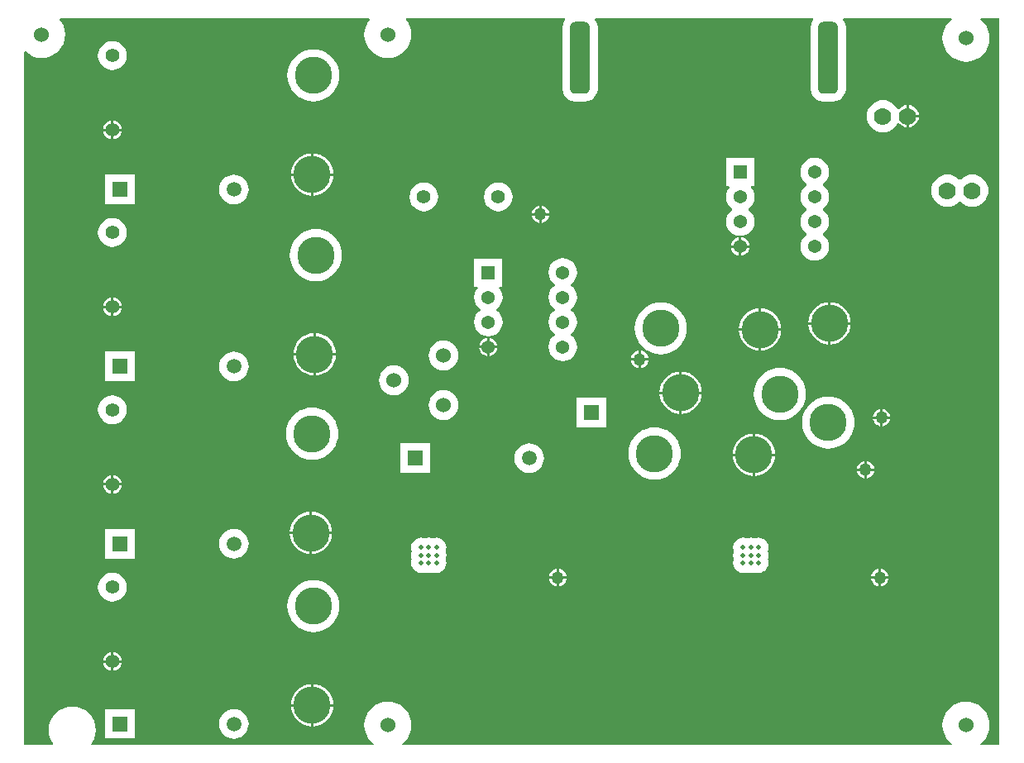
<source format=gbl>
G04 Layer_Physical_Order=2*
G04 Layer_Color=16711680*
%FSLAX25Y25*%
%MOIN*%
G70*
G01*
G75*
%ADD28R,0.05906X0.05906*%
%ADD29C,0.06000*%
%ADD30C,0.07000*%
%ADD31C,0.05906*%
%ADD32R,0.05400X0.05400*%
%ADD33C,0.05400*%
%ADD34C,0.15000*%
G04:AMPARAMS|DCode=35|XSize=290mil|YSize=80mil|CornerRadius=20mil|HoleSize=0mil|Usage=FLASHONLY|Rotation=90.000|XOffset=0mil|YOffset=0mil|HoleType=Round|Shape=RoundedRectangle|*
%AMROUNDEDRECTD35*
21,1,0.29000,0.04000,0,0,90.0*
21,1,0.25000,0.08000,0,0,90.0*
1,1,0.04000,0.02000,0.12500*
1,1,0.04000,0.02000,-0.12500*
1,1,0.04000,-0.02000,-0.12500*
1,1,0.04000,-0.02000,0.12500*
%
%ADD35ROUNDEDRECTD35*%
%ADD36C,0.06000*%
%ADD37C,0.02000*%
%ADD38C,0.05512*%
%ADD39C,0.05000*%
G36*
X396470Y3530D02*
X388973D01*
X388794Y4030D01*
X389715Y4786D01*
X390895Y6225D01*
X391773Y7866D01*
X392313Y9647D01*
X392496Y11500D01*
X392313Y13352D01*
X391773Y15134D01*
X390895Y16775D01*
X389715Y18214D01*
X388276Y19395D01*
X386634Y20273D01*
X384853Y20813D01*
X383000Y20996D01*
X381148Y20813D01*
X379366Y20273D01*
X377725Y19395D01*
X376286Y18214D01*
X375105Y16775D01*
X374227Y15134D01*
X373687Y13352D01*
X373504Y11500D01*
X373687Y9647D01*
X374227Y7866D01*
X375105Y6225D01*
X376286Y4786D01*
X377206Y4030D01*
X377027Y3530D01*
X155973D01*
X155794Y4030D01*
X156714Y4786D01*
X157895Y6225D01*
X158773Y7866D01*
X159313Y9647D01*
X159496Y11500D01*
X159313Y13352D01*
X158773Y15134D01*
X157895Y16775D01*
X156714Y18214D01*
X155275Y19395D01*
X153634Y20273D01*
X151853Y20813D01*
X150000Y20996D01*
X148147Y20813D01*
X146366Y20273D01*
X144725Y19395D01*
X143286Y18214D01*
X142105Y16775D01*
X141227Y15134D01*
X140687Y13352D01*
X140504Y11500D01*
X140687Y9647D01*
X141227Y7866D01*
X142105Y6225D01*
X143286Y4786D01*
X144206Y4030D01*
X144027Y3530D01*
X30751D01*
X30537Y3982D01*
X30736Y4225D01*
X31613Y5866D01*
X32153Y7648D01*
X32336Y9500D01*
X32153Y11353D01*
X31613Y13134D01*
X30736Y14775D01*
X29555Y16215D01*
X28116Y17395D01*
X26474Y18273D01*
X24693Y18813D01*
X22840Y18996D01*
X20988Y18813D01*
X19206Y18273D01*
X17565Y17395D01*
X16126Y16215D01*
X14945Y14775D01*
X14067Y13134D01*
X13527Y11353D01*
X13344Y9500D01*
X13527Y7648D01*
X14067Y5866D01*
X14945Y4225D01*
X15144Y3982D01*
X14930Y3530D01*
X3530D01*
Y282848D01*
X4030Y283085D01*
X5224Y282105D01*
X6866Y281227D01*
X8647Y280687D01*
X10500Y280504D01*
X12353Y280687D01*
X14134Y281227D01*
X15776Y282105D01*
X17214Y283285D01*
X18395Y284724D01*
X19273Y286366D01*
X19813Y288147D01*
X19996Y290000D01*
X19813Y291852D01*
X19273Y293634D01*
X18395Y295275D01*
X17786Y296018D01*
X18000Y296470D01*
X142500D01*
X142714Y296018D01*
X142105Y295275D01*
X141227Y293634D01*
X140687Y291852D01*
X140504Y290000D01*
X140687Y288147D01*
X141227Y286366D01*
X142105Y284724D01*
X143286Y283285D01*
X144725Y282105D01*
X146366Y281227D01*
X148147Y280687D01*
X150000Y280504D01*
X151853Y280687D01*
X153634Y281227D01*
X155275Y282105D01*
X156714Y283285D01*
X157895Y284724D01*
X158773Y286366D01*
X159313Y288147D01*
X159496Y290000D01*
X159313Y291852D01*
X158773Y293634D01*
X157895Y295275D01*
X157286Y296018D01*
X157500Y296470D01*
X221295D01*
X221516Y296021D01*
X221132Y295522D01*
X220629Y294305D01*
X220457Y293000D01*
Y268000D01*
X220629Y266695D01*
X221132Y265478D01*
X221934Y264434D01*
X222978Y263632D01*
X224195Y263129D01*
X225500Y262957D01*
X229500D01*
X230805Y263129D01*
X232022Y263632D01*
X233066Y264434D01*
X233868Y265478D01*
X234371Y266695D01*
X234543Y268000D01*
Y293000D01*
X234371Y294305D01*
X233868Y295522D01*
X233484Y296021D01*
X233705Y296470D01*
X321295D01*
X321516Y296021D01*
X321132Y295522D01*
X320629Y294305D01*
X320457Y293000D01*
Y268000D01*
X320629Y266695D01*
X321132Y265478D01*
X321934Y264434D01*
X322978Y263632D01*
X324195Y263129D01*
X325500Y262957D01*
X329500D01*
X330805Y263129D01*
X332022Y263632D01*
X333066Y264434D01*
X333868Y265478D01*
X334371Y266695D01*
X334543Y268000D01*
Y293000D01*
X334371Y294305D01*
X333868Y295522D01*
X333484Y296021D01*
X333705Y296470D01*
X377027D01*
X377206Y295970D01*
X376286Y295215D01*
X375105Y293776D01*
X374227Y292134D01*
X373687Y290353D01*
X373504Y288500D01*
X373687Y286648D01*
X374227Y284866D01*
X375105Y283225D01*
X376286Y281785D01*
X377725Y280605D01*
X379366Y279727D01*
X381148Y279187D01*
X383000Y279004D01*
X384853Y279187D01*
X386634Y279727D01*
X388276Y280605D01*
X389715Y281785D01*
X390895Y283225D01*
X391773Y284866D01*
X392313Y286648D01*
X392496Y288500D01*
X392313Y290353D01*
X391773Y292134D01*
X390895Y293776D01*
X389715Y295215D01*
X388794Y295970D01*
X388973Y296470D01*
X396470D01*
Y3530D01*
D02*
G37*
%LPC*%
G36*
X342000Y117964D02*
X341586Y117910D01*
X340735Y117557D01*
X340004Y116996D01*
X339443Y116265D01*
X339090Y115414D01*
X339036Y115000D01*
X342000D01*
Y117964D01*
D02*
G37*
G36*
X167020Y125053D02*
X155114D01*
Y113147D01*
X167020D01*
Y125053D01*
D02*
G37*
G36*
X206933Y125082D02*
X205766Y124967D01*
X204644Y124626D01*
X203610Y124074D01*
X202703Y123330D01*
X201960Y122423D01*
X201407Y121389D01*
X201066Y120267D01*
X200952Y119100D01*
X201066Y117933D01*
X201407Y116811D01*
X201960Y115777D01*
X202703Y114870D01*
X203610Y114127D01*
X204644Y113574D01*
X205766Y113233D01*
X206933Y113119D01*
X208100Y113233D01*
X209222Y113574D01*
X210256Y114127D01*
X211163Y114870D01*
X211907Y115777D01*
X212459Y116811D01*
X212800Y117933D01*
X212915Y119100D01*
X212800Y120267D01*
X212459Y121389D01*
X211907Y122423D01*
X211163Y123330D01*
X210256Y124074D01*
X209222Y124626D01*
X208100Y124967D01*
X206933Y125082D01*
D02*
G37*
G36*
X343000Y117964D02*
Y115000D01*
X345964D01*
X345910Y115414D01*
X345557Y116265D01*
X344996Y116996D01*
X344265Y117557D01*
X343414Y117910D01*
X343000Y117964D01*
D02*
G37*
G36*
X298000Y128992D02*
Y121000D01*
X305992D01*
X305877Y122166D01*
X305391Y123769D01*
X304602Y125245D01*
X303539Y126540D01*
X302245Y127602D01*
X300769Y128391D01*
X299166Y128877D01*
X298000Y128992D01*
D02*
G37*
G36*
X297000D02*
X295834Y128877D01*
X294231Y128391D01*
X292755Y127602D01*
X291460Y126540D01*
X290398Y125245D01*
X289609Y123769D01*
X289123Y122166D01*
X289008Y121000D01*
X297000D01*
Y128992D01*
D02*
G37*
G36*
X119500Y139532D02*
X117852Y139403D01*
X116245Y139017D01*
X114718Y138384D01*
X113309Y137521D01*
X112052Y136448D01*
X110979Y135191D01*
X110116Y133782D01*
X109483Y132255D01*
X109097Y130648D01*
X108967Y129000D01*
X109097Y127352D01*
X109483Y125745D01*
X110116Y124218D01*
X110979Y122809D01*
X112052Y121552D01*
X113309Y120479D01*
X114718Y119615D01*
X116245Y118983D01*
X117852Y118597D01*
X119500Y118467D01*
X121148Y118597D01*
X122755Y118983D01*
X124282Y119615D01*
X125691Y120479D01*
X126948Y121552D01*
X128021Y122809D01*
X128884Y124218D01*
X129517Y125745D01*
X129903Y127352D01*
X130033Y129000D01*
X129903Y130648D01*
X129517Y132255D01*
X128884Y133782D01*
X128021Y135191D01*
X126948Y136448D01*
X125691Y137521D01*
X124282Y138384D01*
X122755Y139017D01*
X121148Y139403D01*
X119500Y139532D01*
D02*
G37*
G36*
X257500Y131533D02*
X255852Y131403D01*
X254245Y131017D01*
X252718Y130385D01*
X251309Y129521D01*
X250052Y128448D01*
X248979Y127191D01*
X248115Y125782D01*
X247483Y124255D01*
X247097Y122648D01*
X246968Y121000D01*
X247097Y119352D01*
X247483Y117745D01*
X248115Y116218D01*
X248979Y114809D01*
X250052Y113552D01*
X251309Y112479D01*
X252718Y111616D01*
X254245Y110983D01*
X255852Y110597D01*
X257500Y110468D01*
X259148Y110597D01*
X260755Y110983D01*
X262282Y111616D01*
X263691Y112479D01*
X264948Y113552D01*
X266021Y114809D01*
X266884Y116218D01*
X267517Y117745D01*
X267903Y119352D01*
X268033Y121000D01*
X267903Y122648D01*
X267517Y124255D01*
X266884Y125782D01*
X266021Y127191D01*
X264948Y128448D01*
X263691Y129521D01*
X262282Y130385D01*
X260755Y131017D01*
X259148Y131403D01*
X257500Y131533D01*
D02*
G37*
G36*
X39500Y112331D02*
Y109108D01*
X42722D01*
X42659Y109589D01*
X42281Y110502D01*
X41679Y111287D01*
X40894Y111889D01*
X39981Y112267D01*
X39500Y112331D01*
D02*
G37*
G36*
X38500D02*
X38019Y112267D01*
X37106Y111889D01*
X36321Y111287D01*
X35719Y110502D01*
X35341Y109589D01*
X35278Y109108D01*
X38500D01*
Y112331D01*
D02*
G37*
G36*
X342000Y114000D02*
X339036D01*
X339090Y113586D01*
X339443Y112735D01*
X340004Y112004D01*
X340735Y111443D01*
X341586Y111090D01*
X342000Y111036D01*
Y114000D01*
D02*
G37*
G36*
X305992Y120000D02*
X298000D01*
Y112008D01*
X299166Y112123D01*
X300769Y112609D01*
X302245Y113398D01*
X303539Y114461D01*
X304602Y115755D01*
X305391Y117231D01*
X305877Y118834D01*
X305992Y120000D01*
D02*
G37*
G36*
X297000D02*
X289008D01*
X289123Y118834D01*
X289609Y117231D01*
X290398Y115755D01*
X291460Y114461D01*
X292755Y113398D01*
X294231Y112609D01*
X295834Y112123D01*
X297000Y112008D01*
Y120000D01*
D02*
G37*
G36*
X345964Y114000D02*
X343000D01*
Y111036D01*
X343414Y111090D01*
X344265Y111443D01*
X344996Y112004D01*
X345557Y112735D01*
X345910Y113586D01*
X345964Y114000D01*
D02*
G37*
G36*
X327500Y144033D02*
X325852Y143903D01*
X324245Y143517D01*
X322718Y142885D01*
X321309Y142021D01*
X320052Y140948D01*
X318979Y139691D01*
X318115Y138282D01*
X317483Y136755D01*
X317097Y135148D01*
X316968Y133500D01*
X317097Y131852D01*
X317483Y130245D01*
X318115Y128718D01*
X318979Y127309D01*
X320052Y126052D01*
X321309Y124979D01*
X322718Y124116D01*
X324245Y123483D01*
X325852Y123097D01*
X327500Y122968D01*
X329148Y123097D01*
X330755Y123483D01*
X332282Y124116D01*
X333691Y124979D01*
X334948Y126052D01*
X336021Y127309D01*
X336884Y128718D01*
X337517Y130245D01*
X337903Y131852D01*
X338033Y133500D01*
X337903Y135148D01*
X337517Y136755D01*
X336884Y138282D01*
X336021Y139691D01*
X334948Y140948D01*
X333691Y142021D01*
X332282Y142885D01*
X330755Y143517D01*
X329148Y143903D01*
X327500Y144033D01*
D02*
G37*
G36*
X276492Y145000D02*
X268500D01*
Y137008D01*
X269666Y137123D01*
X271269Y137609D01*
X272745Y138398D01*
X274040Y139461D01*
X275102Y140755D01*
X275891Y142231D01*
X276377Y143834D01*
X276492Y145000D01*
D02*
G37*
G36*
X267500D02*
X259508D01*
X259623Y143834D01*
X260109Y142231D01*
X260898Y140755D01*
X261961Y139461D01*
X263255Y138398D01*
X264731Y137609D01*
X266334Y137123D01*
X267500Y137008D01*
Y145000D01*
D02*
G37*
G36*
X349500Y138964D02*
Y136000D01*
X352464D01*
X352410Y136414D01*
X352057Y137265D01*
X351496Y137996D01*
X350765Y138557D01*
X349914Y138910D01*
X349500Y138964D01*
D02*
G37*
G36*
X152500Y156529D02*
X151324Y156413D01*
X150193Y156070D01*
X149151Y155513D01*
X148237Y154763D01*
X147487Y153849D01*
X146930Y152807D01*
X146587Y151676D01*
X146471Y150500D01*
X146587Y149324D01*
X146930Y148193D01*
X147487Y147151D01*
X148237Y146237D01*
X149151Y145487D01*
X150193Y144930D01*
X151324Y144587D01*
X152500Y144471D01*
X153676Y144587D01*
X154807Y144930D01*
X155850Y145487D01*
X156763Y146237D01*
X157513Y147151D01*
X158070Y148193D01*
X158413Y149324D01*
X158529Y150500D01*
X158413Y151676D01*
X158070Y152807D01*
X157513Y153849D01*
X156763Y154763D01*
X155850Y155513D01*
X154807Y156070D01*
X153676Y156413D01*
X152500Y156529D01*
D02*
G37*
G36*
X87933Y162090D02*
X86766Y161975D01*
X85644Y161634D01*
X84610Y161082D01*
X83704Y160338D01*
X82960Y159431D01*
X82407Y158397D01*
X82066Y157275D01*
X81951Y156108D01*
X82066Y154941D01*
X82407Y153819D01*
X82960Y152785D01*
X83704Y151879D01*
X84610Y151135D01*
X85644Y150582D01*
X86766Y150241D01*
X87933Y150127D01*
X89100Y150241D01*
X90222Y150582D01*
X91256Y151135D01*
X92163Y151879D01*
X92907Y152785D01*
X93459Y153819D01*
X93800Y154941D01*
X93915Y156108D01*
X93800Y157275D01*
X93459Y158397D01*
X92907Y159431D01*
X92163Y160338D01*
X91256Y161082D01*
X90222Y161634D01*
X89100Y161975D01*
X87933Y162090D01*
D02*
G37*
G36*
X268500Y153992D02*
Y146000D01*
X276492D01*
X276377Y147166D01*
X275891Y148769D01*
X275102Y150245D01*
X274040Y151540D01*
X272745Y152602D01*
X271269Y153391D01*
X269666Y153877D01*
X268500Y153992D01*
D02*
G37*
G36*
X267500D02*
X266334Y153877D01*
X264731Y153391D01*
X263255Y152602D01*
X261961Y151540D01*
X260898Y150245D01*
X260109Y148769D01*
X259623Y147166D01*
X259508Y146000D01*
X267500D01*
Y153992D01*
D02*
G37*
G36*
X352464Y135000D02*
X349500D01*
Y132036D01*
X349914Y132090D01*
X350765Y132443D01*
X351496Y133004D01*
X352057Y133735D01*
X352410Y134586D01*
X352464Y135000D01*
D02*
G37*
G36*
X348500D02*
X345536D01*
X345590Y134586D01*
X345943Y133735D01*
X346504Y133004D01*
X347235Y132443D01*
X348086Y132090D01*
X348500Y132036D01*
Y135000D01*
D02*
G37*
G36*
X237953Y143453D02*
X226047D01*
Y131547D01*
X237953D01*
Y143453D01*
D02*
G37*
G36*
X39000Y144414D02*
X37497Y144216D01*
X36097Y143636D01*
X34895Y142713D01*
X33972Y141511D01*
X33392Y140111D01*
X33194Y138608D01*
X33392Y137106D01*
X33972Y135705D01*
X34895Y134503D01*
X36097Y133580D01*
X37497Y133000D01*
X39000Y132803D01*
X40503Y133000D01*
X41903Y133580D01*
X43105Y134503D01*
X44028Y135705D01*
X44608Y137106D01*
X44806Y138608D01*
X44608Y140111D01*
X44028Y141511D01*
X43105Y142713D01*
X41903Y143636D01*
X40503Y144216D01*
X39000Y144414D01*
D02*
G37*
G36*
X348500Y138964D02*
X348086Y138910D01*
X347235Y138557D01*
X346504Y137996D01*
X345943Y137265D01*
X345590Y136414D01*
X345536Y136000D01*
X348500D01*
Y138964D01*
D02*
G37*
G36*
X172500Y146529D02*
X171324Y146413D01*
X170193Y146070D01*
X169150Y145513D01*
X168237Y144763D01*
X167487Y143850D01*
X166930Y142807D01*
X166587Y141676D01*
X166471Y140500D01*
X166587Y139324D01*
X166930Y138193D01*
X167487Y137151D01*
X168237Y136237D01*
X169150Y135487D01*
X170193Y134930D01*
X171324Y134587D01*
X172500Y134471D01*
X173676Y134587D01*
X174807Y134930D01*
X175849Y135487D01*
X176763Y136237D01*
X177513Y137151D01*
X178070Y138193D01*
X178413Y139324D01*
X178529Y140500D01*
X178413Y141676D01*
X178070Y142807D01*
X177513Y143850D01*
X176763Y144763D01*
X175849Y145513D01*
X174807Y146070D01*
X173676Y146413D01*
X172500Y146529D01*
D02*
G37*
G36*
X308000Y155533D02*
X306352Y155403D01*
X304745Y155017D01*
X303218Y154385D01*
X301809Y153521D01*
X300552Y152448D01*
X299479Y151191D01*
X298616Y149782D01*
X297983Y148255D01*
X297597Y146648D01*
X297467Y145000D01*
X297597Y143352D01*
X297983Y141745D01*
X298616Y140218D01*
X299479Y138809D01*
X300552Y137552D01*
X301809Y136479D01*
X303218Y135616D01*
X304745Y134983D01*
X306352Y134597D01*
X308000Y134467D01*
X309648Y134597D01*
X311255Y134983D01*
X312782Y135616D01*
X314191Y136479D01*
X315448Y137552D01*
X316521Y138809D01*
X317385Y140218D01*
X318017Y141745D01*
X318403Y143352D01*
X318532Y145000D01*
X318403Y146648D01*
X318017Y148255D01*
X317385Y149782D01*
X316521Y151191D01*
X315448Y152448D01*
X314191Y153521D01*
X312782Y154385D01*
X311255Y155017D01*
X309648Y155403D01*
X308000Y155533D01*
D02*
G37*
G36*
X42722Y108108D02*
X39500D01*
Y104886D01*
X39981Y104949D01*
X40894Y105327D01*
X41679Y105929D01*
X42281Y106714D01*
X42659Y107628D01*
X42722Y108108D01*
D02*
G37*
G36*
X39500Y40831D02*
Y37608D01*
X42722D01*
X42659Y38089D01*
X42281Y39002D01*
X41679Y39787D01*
X40894Y40389D01*
X39981Y40767D01*
X39500Y40831D01*
D02*
G37*
G36*
X38500D02*
X38019Y40767D01*
X37106Y40389D01*
X36321Y39787D01*
X35719Y39002D01*
X35341Y38089D01*
X35278Y37608D01*
X38500D01*
Y40831D01*
D02*
G37*
G36*
X42722Y36608D02*
X39500D01*
Y33386D01*
X39981Y33449D01*
X40894Y33827D01*
X41679Y34429D01*
X42281Y35214D01*
X42659Y36128D01*
X42722Y36608D01*
D02*
G37*
G36*
X120000Y70033D02*
X118352Y69903D01*
X116745Y69517D01*
X115218Y68884D01*
X113809Y68021D01*
X112552Y66948D01*
X111479Y65691D01*
X110616Y64282D01*
X109983Y62755D01*
X109597Y61148D01*
X109467Y59500D01*
X109597Y57852D01*
X109983Y56245D01*
X110616Y54718D01*
X111479Y53309D01*
X112552Y52052D01*
X113809Y50979D01*
X115218Y50116D01*
X116745Y49483D01*
X118352Y49097D01*
X120000Y48967D01*
X121648Y49097D01*
X123255Y49483D01*
X124782Y50116D01*
X126191Y50979D01*
X127448Y52052D01*
X128521Y53309D01*
X129385Y54718D01*
X130017Y56245D01*
X130403Y57852D01*
X130533Y59500D01*
X130403Y61148D01*
X130017Y62755D01*
X129385Y64282D01*
X128521Y65691D01*
X127448Y66948D01*
X126191Y68021D01*
X124782Y68884D01*
X123255Y69517D01*
X121648Y69903D01*
X120000Y70033D01*
D02*
G37*
G36*
X351740Y70485D02*
X348776D01*
Y67520D01*
X349189Y67575D01*
X350041Y67927D01*
X350772Y68488D01*
X351333Y69219D01*
X351686Y70071D01*
X351740Y70485D01*
D02*
G37*
G36*
X347776D02*
X344811D01*
X344866Y70071D01*
X345218Y69219D01*
X345779Y68488D01*
X346511Y67927D01*
X347362Y67575D01*
X347776Y67520D01*
Y70485D01*
D02*
G37*
G36*
X39000Y72914D02*
X37497Y72716D01*
X36097Y72136D01*
X34895Y71213D01*
X33972Y70011D01*
X33392Y68611D01*
X33194Y67108D01*
X33392Y65606D01*
X33972Y64205D01*
X34895Y63003D01*
X36097Y62080D01*
X37497Y61500D01*
X39000Y61303D01*
X40503Y61500D01*
X41903Y62080D01*
X43105Y63003D01*
X44028Y64205D01*
X44608Y65606D01*
X44806Y67108D01*
X44608Y68611D01*
X44028Y70011D01*
X43105Y71213D01*
X41903Y72136D01*
X40503Y72716D01*
X39000Y72914D01*
D02*
G37*
G36*
X119000Y19000D02*
X111008D01*
X111123Y17834D01*
X111609Y16231D01*
X112398Y14755D01*
X113461Y13461D01*
X114755Y12398D01*
X116231Y11609D01*
X117834Y11123D01*
X119000Y11008D01*
Y19000D01*
D02*
G37*
G36*
X48020Y17953D02*
X36114D01*
Y6047D01*
X48020D01*
Y17953D01*
D02*
G37*
G36*
X87933Y17981D02*
X86766Y17867D01*
X85644Y17526D01*
X84610Y16973D01*
X83704Y16230D01*
X82960Y15323D01*
X82407Y14289D01*
X82066Y13167D01*
X81951Y12000D01*
X82066Y10833D01*
X82407Y9711D01*
X82960Y8677D01*
X83704Y7770D01*
X84610Y7027D01*
X85644Y6474D01*
X86766Y6133D01*
X87933Y6018D01*
X89100Y6133D01*
X90222Y6474D01*
X91256Y7027D01*
X92163Y7770D01*
X92907Y8677D01*
X93459Y9711D01*
X93800Y10833D01*
X93915Y12000D01*
X93800Y13167D01*
X93459Y14289D01*
X92907Y15323D01*
X92163Y16230D01*
X91256Y16973D01*
X90222Y17526D01*
X89100Y17867D01*
X87933Y17981D01*
D02*
G37*
G36*
X127992Y19000D02*
X120000D01*
Y11008D01*
X121166Y11123D01*
X122769Y11609D01*
X124245Y12398D01*
X125540Y13461D01*
X126602Y14755D01*
X127391Y16231D01*
X127877Y17834D01*
X127992Y19000D01*
D02*
G37*
G36*
X38500Y36608D02*
X35278D01*
X35341Y36128D01*
X35719Y35214D01*
X36321Y34429D01*
X37106Y33827D01*
X38019Y33449D01*
X38500Y33386D01*
Y36608D01*
D02*
G37*
G36*
X120000Y27992D02*
Y20000D01*
X127992D01*
X127877Y21166D01*
X127391Y22769D01*
X126602Y24245D01*
X125540Y25539D01*
X124245Y26602D01*
X122769Y27391D01*
X121166Y27877D01*
X120000Y27992D01*
D02*
G37*
G36*
X119000D02*
X117834Y27877D01*
X116231Y27391D01*
X114755Y26602D01*
X113461Y25539D01*
X112398Y24245D01*
X111609Y22769D01*
X111123Y21166D01*
X111008Y20000D01*
X119000D01*
Y27992D01*
D02*
G37*
G36*
X218000Y70500D02*
X215036D01*
X215090Y70086D01*
X215443Y69235D01*
X216004Y68504D01*
X216735Y67943D01*
X217586Y67590D01*
X218000Y67536D01*
Y70500D01*
D02*
G37*
G36*
X299376Y87119D02*
X298331Y86982D01*
X297826Y86772D01*
X297320Y86982D01*
X296276Y87119D01*
X295231Y86982D01*
X294726Y86772D01*
X294220Y86982D01*
X293176Y87119D01*
X292131Y86982D01*
X291158Y86579D01*
X290323Y85937D01*
X289682Y85102D01*
X289279Y84129D01*
X289141Y83084D01*
X289279Y82040D01*
X289488Y81534D01*
X289279Y81029D01*
X289141Y79984D01*
X289279Y78940D01*
X289488Y78434D01*
X289279Y77929D01*
X289141Y76885D01*
X289279Y75840D01*
X289682Y74867D01*
X290323Y74032D01*
X291158Y73391D01*
X292131Y72988D01*
X293176Y72850D01*
X294220Y72988D01*
X294726Y73197D01*
X295231Y72988D01*
X296276Y72850D01*
X297320Y72988D01*
X297826Y73197D01*
X298331Y72988D01*
X299376Y72850D01*
X300420Y72988D01*
X301393Y73391D01*
X302228Y74032D01*
X302870Y74867D01*
X303273Y75840D01*
X303410Y76885D01*
X303273Y77929D01*
X303063Y78434D01*
X303273Y78940D01*
X303410Y79984D01*
X303273Y81029D01*
X303063Y81534D01*
X303273Y82040D01*
X303410Y83084D01*
X303273Y84129D01*
X302870Y85102D01*
X302228Y85937D01*
X301393Y86579D01*
X300420Y86982D01*
X299376Y87119D01*
D02*
G37*
G36*
X127492Y88500D02*
X119500D01*
Y80508D01*
X120666Y80623D01*
X122269Y81109D01*
X123745Y81898D01*
X125040Y82960D01*
X126102Y84255D01*
X126891Y85731D01*
X127377Y87334D01*
X127492Y88500D01*
D02*
G37*
G36*
X118500D02*
X110508D01*
X110623Y87334D01*
X111109Y85731D01*
X111898Y84255D01*
X112961Y82960D01*
X114255Y81898D01*
X115731Y81109D01*
X117334Y80623D01*
X118500Y80508D01*
Y88500D01*
D02*
G37*
G36*
X169600Y87134D02*
X168556Y86997D01*
X168050Y86787D01*
X167544Y86997D01*
X166500Y87134D01*
X165456Y86997D01*
X164950Y86787D01*
X164444Y86997D01*
X163400Y87134D01*
X162356Y86997D01*
X161383Y86594D01*
X160547Y85953D01*
X159906Y85117D01*
X159503Y84144D01*
X159365Y83100D01*
X159503Y82056D01*
X159712Y81550D01*
X159503Y81044D01*
X159365Y80000D01*
X159503Y78956D01*
X159712Y78450D01*
X159503Y77944D01*
X159365Y76900D01*
X159503Y75856D01*
X159906Y74883D01*
X160547Y74047D01*
X161383Y73406D01*
X162356Y73003D01*
X163400Y72865D01*
X164444Y73003D01*
X164950Y73212D01*
X165456Y73003D01*
X166500Y72865D01*
X167544Y73003D01*
X168050Y73212D01*
X168556Y73003D01*
X169600Y72865D01*
X170644Y73003D01*
X171617Y73406D01*
X172453Y74047D01*
X173094Y74883D01*
X173497Y75856D01*
X173635Y76900D01*
X173497Y77944D01*
X173288Y78450D01*
X173497Y78956D01*
X173635Y80000D01*
X173497Y81044D01*
X173288Y81550D01*
X173497Y82056D01*
X173635Y83100D01*
X173497Y84144D01*
X173094Y85117D01*
X172453Y85953D01*
X171617Y86594D01*
X170644Y86997D01*
X169600Y87134D01*
D02*
G37*
G36*
X38500Y108108D02*
X35278D01*
X35341Y107628D01*
X35719Y106714D01*
X36321Y105929D01*
X37106Y105327D01*
X38019Y104949D01*
X38500Y104886D01*
Y108108D01*
D02*
G37*
G36*
X119500Y97492D02*
Y89500D01*
X127492D01*
X127377Y90666D01*
X126891Y92269D01*
X126102Y93745D01*
X125040Y95039D01*
X123745Y96102D01*
X122269Y96891D01*
X120666Y97377D01*
X119500Y97492D01*
D02*
G37*
G36*
X118500D02*
X117334Y97377D01*
X115731Y96891D01*
X114255Y96102D01*
X112961Y95039D01*
X111898Y93745D01*
X111109Y92269D01*
X110623Y90666D01*
X110508Y89500D01*
X118500D01*
Y97492D01*
D02*
G37*
G36*
X348776Y74449D02*
Y71485D01*
X351740D01*
X351686Y71898D01*
X351333Y72750D01*
X350772Y73481D01*
X350041Y74042D01*
X349189Y74394D01*
X348776Y74449D01*
D02*
G37*
G36*
X347776D02*
X347362Y74394D01*
X346511Y74042D01*
X345779Y73481D01*
X345218Y72750D01*
X344866Y71898D01*
X344811Y71485D01*
X347776D01*
Y74449D01*
D02*
G37*
G36*
X221964Y70500D02*
X219000D01*
Y67536D01*
X219414Y67590D01*
X220265Y67943D01*
X220996Y68504D01*
X221557Y69235D01*
X221910Y70086D01*
X221964Y70500D01*
D02*
G37*
G36*
X218000Y74464D02*
X217586Y74410D01*
X216735Y74057D01*
X216004Y73496D01*
X215443Y72765D01*
X215090Y71914D01*
X215036Y71500D01*
X218000D01*
Y74464D01*
D02*
G37*
G36*
X48020Y90561D02*
X36114D01*
Y78655D01*
X48020D01*
Y90561D01*
D02*
G37*
G36*
X87933Y90590D02*
X86766Y90475D01*
X85644Y90134D01*
X84610Y89582D01*
X83704Y88838D01*
X82960Y87931D01*
X82407Y86897D01*
X82066Y85775D01*
X81951Y84608D01*
X82066Y83441D01*
X82407Y82319D01*
X82960Y81285D01*
X83704Y80379D01*
X84610Y79635D01*
X85644Y79082D01*
X86766Y78742D01*
X87933Y78627D01*
X89100Y78742D01*
X90222Y79082D01*
X91256Y79635D01*
X92163Y80379D01*
X92907Y81285D01*
X93459Y82319D01*
X93800Y83441D01*
X93915Y84608D01*
X93800Y85775D01*
X93459Y86897D01*
X92907Y87931D01*
X92163Y88838D01*
X91256Y89582D01*
X90222Y90134D01*
X89100Y90475D01*
X87933Y90590D01*
D02*
G37*
G36*
X219000Y74464D02*
Y71500D01*
X221964D01*
X221910Y71914D01*
X221557Y72765D01*
X220996Y73496D01*
X220265Y74057D01*
X219414Y74410D01*
X219000Y74464D01*
D02*
G37*
G36*
X211000Y220964D02*
X210586Y220910D01*
X209735Y220557D01*
X209004Y219996D01*
X208443Y219265D01*
X208090Y218414D01*
X208036Y218000D01*
X211000D01*
Y220964D01*
D02*
G37*
G36*
X214964Y217000D02*
X212000D01*
Y214036D01*
X212414Y214090D01*
X213265Y214443D01*
X213996Y215004D01*
X214557Y215735D01*
X214910Y216586D01*
X214964Y217000D01*
D02*
G37*
G36*
X211000D02*
X208036D01*
X208090Y216586D01*
X208443Y215735D01*
X209004Y215004D01*
X209735Y214443D01*
X210586Y214090D01*
X211000Y214036D01*
Y217000D01*
D02*
G37*
G36*
X212000Y220964D02*
Y218000D01*
X214964D01*
X214910Y218414D01*
X214557Y219265D01*
X213996Y219996D01*
X213265Y220557D01*
X212414Y220910D01*
X212000Y220964D01*
D02*
G37*
G36*
X87933Y233482D02*
X86766Y233367D01*
X85644Y233026D01*
X84610Y232473D01*
X83704Y231730D01*
X82960Y230823D01*
X82407Y229789D01*
X82066Y228667D01*
X81951Y227500D01*
X82066Y226333D01*
X82407Y225211D01*
X82960Y224177D01*
X83704Y223270D01*
X84610Y222527D01*
X85644Y221974D01*
X86766Y221633D01*
X87933Y221518D01*
X89100Y221633D01*
X90222Y221974D01*
X91256Y222527D01*
X92163Y223270D01*
X92907Y224177D01*
X93459Y225211D01*
X93800Y226333D01*
X93915Y227500D01*
X93800Y228667D01*
X93459Y229789D01*
X92907Y230823D01*
X92163Y231730D01*
X91256Y232473D01*
X90222Y233026D01*
X89100Y233367D01*
X87933Y233482D01*
D02*
G37*
G36*
X194500Y230306D02*
X192997Y230108D01*
X191597Y229528D01*
X190395Y228605D01*
X189472Y227403D01*
X188892Y226003D01*
X188694Y224500D01*
X188892Y222997D01*
X189472Y221597D01*
X190395Y220395D01*
X191597Y219472D01*
X192997Y218892D01*
X194500Y218694D01*
X196003Y218892D01*
X197403Y219472D01*
X198605Y220395D01*
X199528Y221597D01*
X200108Y222997D01*
X200306Y224500D01*
X200108Y226003D01*
X199528Y227403D01*
X198605Y228605D01*
X197403Y229528D01*
X196003Y230108D01*
X194500Y230306D01*
D02*
G37*
G36*
X164500D02*
X162997Y230108D01*
X161597Y229528D01*
X160395Y228605D01*
X159472Y227403D01*
X158892Y226003D01*
X158694Y224500D01*
X158892Y222997D01*
X159472Y221597D01*
X160395Y220395D01*
X161597Y219472D01*
X162997Y218892D01*
X164500Y218694D01*
X166003Y218892D01*
X167403Y219472D01*
X168605Y220395D01*
X169528Y221597D01*
X170108Y222997D01*
X170306Y224500D01*
X170108Y226003D01*
X169528Y227403D01*
X168605Y228605D01*
X167403Y229528D01*
X166003Y230108D01*
X164500Y230306D01*
D02*
G37*
G36*
X295666Y204000D02*
X292500D01*
Y200834D01*
X292966Y200895D01*
X293866Y201268D01*
X294639Y201861D01*
X295232Y202634D01*
X295605Y203534D01*
X295666Y204000D01*
D02*
G37*
G36*
X291500D02*
X288334D01*
X288395Y203534D01*
X288768Y202634D01*
X289361Y201861D01*
X290134Y201268D01*
X291034Y200895D01*
X291500Y200834D01*
Y204000D01*
D02*
G37*
G36*
X322000Y240249D02*
X320512Y240053D01*
X319125Y239479D01*
X317935Y238565D01*
X317021Y237375D01*
X316447Y235988D01*
X316251Y234500D01*
X316447Y233012D01*
X317021Y231625D01*
X317935Y230435D01*
X318742Y229815D01*
Y229185D01*
X317935Y228565D01*
X317021Y227375D01*
X316447Y225988D01*
X316251Y224500D01*
X316447Y223012D01*
X317021Y221625D01*
X317935Y220435D01*
X318742Y219815D01*
Y219185D01*
X317935Y218565D01*
X317021Y217375D01*
X316447Y215988D01*
X316251Y214500D01*
X316447Y213012D01*
X317021Y211625D01*
X317935Y210435D01*
X318742Y209815D01*
Y209185D01*
X317935Y208565D01*
X317021Y207375D01*
X316447Y205988D01*
X316251Y204500D01*
X316447Y203012D01*
X317021Y201625D01*
X317935Y200435D01*
X319125Y199521D01*
X320512Y198947D01*
X322000Y198751D01*
X323488Y198947D01*
X324875Y199521D01*
X326065Y200435D01*
X326979Y201625D01*
X327553Y203012D01*
X327749Y204500D01*
X327553Y205988D01*
X326979Y207375D01*
X326065Y208565D01*
X325258Y209185D01*
Y209815D01*
X326065Y210435D01*
X326979Y211625D01*
X327553Y213012D01*
X327749Y214500D01*
X327553Y215988D01*
X326979Y217375D01*
X326065Y218565D01*
X325258Y219185D01*
Y219815D01*
X326065Y220435D01*
X326979Y221625D01*
X327553Y223012D01*
X327749Y224500D01*
X327553Y225988D01*
X326979Y227375D01*
X326065Y228565D01*
X325258Y229185D01*
Y229815D01*
X326065Y230435D01*
X326979Y231625D01*
X327553Y233012D01*
X327749Y234500D01*
X327553Y235988D01*
X326979Y237375D01*
X326065Y238565D01*
X324875Y239479D01*
X323488Y240053D01*
X322000Y240249D01*
D02*
G37*
G36*
X39000Y215914D02*
X37497Y215716D01*
X36097Y215136D01*
X34895Y214213D01*
X33972Y213011D01*
X33392Y211611D01*
X33194Y210108D01*
X33392Y208606D01*
X33972Y207205D01*
X34895Y206003D01*
X36097Y205080D01*
X37497Y204500D01*
X39000Y204303D01*
X40503Y204500D01*
X41903Y205080D01*
X43105Y206003D01*
X44028Y207205D01*
X44608Y208606D01*
X44806Y210108D01*
X44608Y211611D01*
X44028Y213011D01*
X43105Y214213D01*
X41903Y215136D01*
X40503Y215716D01*
X39000Y215914D01*
D02*
G37*
G36*
X297700Y240200D02*
X286300D01*
Y228800D01*
X287485D01*
X287731Y228300D01*
X287021Y227375D01*
X286447Y225988D01*
X286251Y224500D01*
X286447Y223012D01*
X287021Y221625D01*
X287935Y220435D01*
X288742Y219815D01*
Y219185D01*
X287935Y218565D01*
X287021Y217375D01*
X286447Y215988D01*
X286251Y214500D01*
X286447Y213012D01*
X287021Y211625D01*
X287935Y210435D01*
X289125Y209521D01*
X290512Y208947D01*
X292000Y208751D01*
X293488Y208947D01*
X294875Y209521D01*
X296065Y210435D01*
X296979Y211625D01*
X297553Y213012D01*
X297749Y214500D01*
X297553Y215988D01*
X296979Y217375D01*
X296065Y218565D01*
X295258Y219185D01*
Y219815D01*
X296065Y220435D01*
X296979Y221625D01*
X297553Y223012D01*
X297749Y224500D01*
X297553Y225988D01*
X296979Y227375D01*
X296269Y228300D01*
X296515Y228800D01*
X297700D01*
Y240200D01*
D02*
G37*
G36*
X292500Y208166D02*
Y205000D01*
X295666D01*
X295605Y205466D01*
X295232Y206366D01*
X294639Y207139D01*
X293866Y207732D01*
X292966Y208105D01*
X292500Y208166D01*
D02*
G37*
G36*
X291500D02*
X291034Y208105D01*
X290134Y207732D01*
X289361Y207139D01*
X288768Y206366D01*
X288395Y205466D01*
X288334Y205000D01*
X291500D01*
Y208166D01*
D02*
G37*
G36*
X48020Y233453D02*
X36114D01*
Y221547D01*
X48020D01*
Y233453D01*
D02*
G37*
G36*
X349500Y263531D02*
X348226Y263406D01*
X347001Y263034D01*
X345871Y262431D01*
X344882Y261618D01*
X344069Y260629D01*
X343466Y259500D01*
X343094Y258274D01*
X342969Y257000D01*
X343094Y255726D01*
X343466Y254501D01*
X344069Y253371D01*
X344882Y252382D01*
X345871Y251569D01*
X347001Y250966D01*
X348226Y250594D01*
X349500Y250469D01*
X350774Y250594D01*
X351999Y250966D01*
X353129Y251569D01*
X354118Y252382D01*
X354931Y253371D01*
X355362Y254179D01*
X355955Y254227D01*
X356291Y253791D01*
X357231Y253069D01*
X358325Y252616D01*
X359000Y252527D01*
Y257000D01*
Y261473D01*
X358325Y261384D01*
X357231Y260931D01*
X356291Y260209D01*
X355955Y259772D01*
X355362Y259821D01*
X354931Y260629D01*
X354118Y261618D01*
X353129Y262431D01*
X351999Y263034D01*
X350774Y263406D01*
X349500Y263531D01*
D02*
G37*
G36*
X39500Y255223D02*
Y252000D01*
X42722D01*
X42659Y252481D01*
X42281Y253394D01*
X41679Y254179D01*
X40894Y254781D01*
X39981Y255159D01*
X39500Y255223D01*
D02*
G37*
G36*
X38500D02*
X38019Y255159D01*
X37106Y254781D01*
X36321Y254179D01*
X35719Y253394D01*
X35341Y252481D01*
X35278Y252000D01*
X38500D01*
Y255223D01*
D02*
G37*
G36*
X363973Y256500D02*
X360000D01*
Y252527D01*
X360675Y252616D01*
X361769Y253069D01*
X362709Y253791D01*
X363431Y254731D01*
X363884Y255825D01*
X363973Y256500D01*
D02*
G37*
G36*
X39000Y287306D02*
X37497Y287108D01*
X36097Y286528D01*
X34895Y285605D01*
X33972Y284403D01*
X33392Y283003D01*
X33194Y281500D01*
X33392Y279997D01*
X33972Y278597D01*
X34895Y277395D01*
X36097Y276472D01*
X37497Y275892D01*
X39000Y275694D01*
X40503Y275892D01*
X41903Y276472D01*
X43105Y277395D01*
X44028Y278597D01*
X44608Y279997D01*
X44806Y281500D01*
X44608Y283003D01*
X44028Y284403D01*
X43105Y285605D01*
X41903Y286528D01*
X40503Y287108D01*
X39000Y287306D01*
D02*
G37*
G36*
X120000Y284033D02*
X118352Y283903D01*
X116745Y283517D01*
X115218Y282885D01*
X113809Y282021D01*
X112552Y280948D01*
X111479Y279691D01*
X110616Y278282D01*
X109983Y276755D01*
X109597Y275148D01*
X109467Y273500D01*
X109597Y271852D01*
X109983Y270245D01*
X110616Y268718D01*
X111479Y267309D01*
X112552Y266052D01*
X113809Y264979D01*
X115218Y264116D01*
X116745Y263483D01*
X118352Y263097D01*
X120000Y262967D01*
X121648Y263097D01*
X123255Y263483D01*
X124782Y264116D01*
X126191Y264979D01*
X127448Y266052D01*
X128521Y267309D01*
X129385Y268718D01*
X130017Y270245D01*
X130403Y271852D01*
X130533Y273500D01*
X130403Y275148D01*
X130017Y276755D01*
X129385Y278282D01*
X128521Y279691D01*
X127448Y280948D01*
X126191Y282021D01*
X124782Y282885D01*
X123255Y283517D01*
X121648Y283903D01*
X120000Y284033D01*
D02*
G37*
G36*
X360000Y261473D02*
Y257500D01*
X363973D01*
X363884Y258175D01*
X363431Y259269D01*
X362709Y260209D01*
X361769Y260931D01*
X360675Y261384D01*
X360000Y261473D01*
D02*
G37*
G36*
X385500Y233531D02*
X384226Y233406D01*
X383000Y233034D01*
X381871Y232431D01*
X380882Y231618D01*
X380750Y231458D01*
X380250D01*
X380118Y231618D01*
X379129Y232431D01*
X377999Y233034D01*
X376774Y233406D01*
X375500Y233531D01*
X374226Y233406D01*
X373001Y233034D01*
X371871Y232431D01*
X370882Y231618D01*
X370069Y230629D01*
X369466Y229500D01*
X369094Y228274D01*
X368969Y227000D01*
X369094Y225726D01*
X369466Y224500D01*
X370069Y223371D01*
X370882Y222382D01*
X371871Y221569D01*
X373001Y220966D01*
X374226Y220594D01*
X375500Y220469D01*
X376774Y220594D01*
X377999Y220966D01*
X379129Y221569D01*
X380118Y222382D01*
X380250Y222542D01*
X380750D01*
X380882Y222382D01*
X381871Y221569D01*
X383000Y220966D01*
X384226Y220594D01*
X385500Y220469D01*
X386774Y220594D01*
X388000Y220966D01*
X389129Y221569D01*
X390118Y222382D01*
X390931Y223371D01*
X391534Y224500D01*
X391906Y225726D01*
X392031Y227000D01*
X391906Y228274D01*
X391534Y229500D01*
X390931Y230629D01*
X390118Y231618D01*
X389129Y232431D01*
X388000Y233034D01*
X386774Y233406D01*
X385500Y233531D01*
D02*
G37*
G36*
X127992Y233000D02*
X120000D01*
Y225008D01*
X121166Y225123D01*
X122769Y225609D01*
X124245Y226398D01*
X125540Y227461D01*
X126602Y228755D01*
X127391Y230231D01*
X127877Y231834D01*
X127992Y233000D01*
D02*
G37*
G36*
X119000D02*
X111008D01*
X111123Y231834D01*
X111609Y230231D01*
X112398Y228755D01*
X113461Y227461D01*
X114755Y226398D01*
X116231Y225609D01*
X117834Y225123D01*
X119000Y225008D01*
Y233000D01*
D02*
G37*
G36*
Y241992D02*
X117834Y241877D01*
X116231Y241391D01*
X114755Y240602D01*
X113461Y239540D01*
X112398Y238245D01*
X111609Y236769D01*
X111123Y235166D01*
X111008Y234000D01*
X119000D01*
Y241992D01*
D02*
G37*
G36*
X42722Y251000D02*
X39500D01*
Y247778D01*
X39981Y247841D01*
X40894Y248219D01*
X41679Y248821D01*
X42281Y249606D01*
X42659Y250519D01*
X42722Y251000D01*
D02*
G37*
G36*
X38500D02*
X35278D01*
X35341Y250519D01*
X35719Y249606D01*
X36321Y248821D01*
X37106Y248219D01*
X38019Y247841D01*
X38500Y247778D01*
Y251000D01*
D02*
G37*
G36*
X120000Y241992D02*
Y234000D01*
X127992D01*
X127877Y235166D01*
X127391Y236769D01*
X126602Y238245D01*
X125540Y239540D01*
X124245Y240602D01*
X122769Y241391D01*
X121166Y241877D01*
X120000Y241992D01*
D02*
G37*
G36*
X121000Y211532D02*
X119352Y211403D01*
X117745Y211017D01*
X116218Y210384D01*
X114809Y209521D01*
X113552Y208448D01*
X112479Y207191D01*
X111616Y205782D01*
X110983Y204255D01*
X110597Y202648D01*
X110468Y201000D01*
X110597Y199352D01*
X110983Y197745D01*
X111616Y196218D01*
X112479Y194809D01*
X113552Y193552D01*
X114809Y192479D01*
X116218Y191615D01*
X117745Y190983D01*
X119352Y190597D01*
X121000Y190468D01*
X122648Y190597D01*
X124255Y190983D01*
X125782Y191615D01*
X127191Y192479D01*
X128448Y193552D01*
X129521Y194809D01*
X130385Y196218D01*
X131017Y197745D01*
X131403Y199352D01*
X131533Y201000D01*
X131403Y202648D01*
X131017Y204255D01*
X130385Y205782D01*
X129521Y207191D01*
X128448Y208448D01*
X127191Y209521D01*
X125782Y210384D01*
X124255Y211017D01*
X122648Y211403D01*
X121000Y211532D01*
D02*
G37*
G36*
X190000Y163500D02*
X186834D01*
X186895Y163034D01*
X187268Y162134D01*
X187861Y161361D01*
X188634Y160768D01*
X189534Y160395D01*
X190000Y160334D01*
Y163500D01*
D02*
G37*
G36*
X252000Y162464D02*
Y159500D01*
X254964D01*
X254910Y159914D01*
X254557Y160765D01*
X253996Y161496D01*
X253265Y162057D01*
X252414Y162410D01*
X252000Y162464D01*
D02*
G37*
G36*
X251000D02*
X250586Y162410D01*
X249735Y162057D01*
X249004Y161496D01*
X248443Y160765D01*
X248090Y159914D01*
X248036Y159500D01*
X251000D01*
Y162464D01*
D02*
G37*
G36*
X194166Y163500D02*
X191000D01*
Y160334D01*
X191466Y160395D01*
X192366Y160768D01*
X193139Y161361D01*
X193732Y162134D01*
X194105Y163034D01*
X194166Y163500D01*
D02*
G37*
G36*
X121000Y169492D02*
Y161500D01*
X128992D01*
X128877Y162666D01*
X128391Y164269D01*
X127602Y165745D01*
X126540Y167040D01*
X125245Y168102D01*
X123769Y168891D01*
X122166Y169377D01*
X121000Y169492D01*
D02*
G37*
G36*
X120000D02*
X118834Y169377D01*
X117231Y168891D01*
X115755Y168102D01*
X114461Y167040D01*
X113398Y165745D01*
X112609Y164269D01*
X112123Y162666D01*
X112008Y161500D01*
X120000D01*
Y169492D01*
D02*
G37*
G36*
X260000Y182033D02*
X258352Y181903D01*
X256745Y181517D01*
X255218Y180885D01*
X253809Y180021D01*
X252552Y178948D01*
X251479Y177691D01*
X250616Y176282D01*
X249983Y174755D01*
X249597Y173148D01*
X249467Y171500D01*
X249597Y169852D01*
X249983Y168245D01*
X250616Y166718D01*
X251479Y165309D01*
X252552Y164052D01*
X253809Y162979D01*
X255218Y162116D01*
X256745Y161483D01*
X258352Y161097D01*
X260000Y160968D01*
X261648Y161097D01*
X263255Y161483D01*
X264782Y162116D01*
X266191Y162979D01*
X267448Y164052D01*
X268521Y165309D01*
X269385Y166718D01*
X270017Y168245D01*
X270403Y169852D01*
X270532Y171500D01*
X270403Y173148D01*
X270017Y174755D01*
X269385Y176282D01*
X268521Y177691D01*
X267448Y178948D01*
X266191Y180021D01*
X264782Y180885D01*
X263255Y181517D01*
X261648Y181903D01*
X260000Y182033D01*
D02*
G37*
G36*
X128992Y160500D02*
X121000D01*
Y152508D01*
X122166Y152623D01*
X123769Y153109D01*
X125245Y153898D01*
X126540Y154961D01*
X127602Y156255D01*
X128391Y157731D01*
X128877Y159334D01*
X128992Y160500D01*
D02*
G37*
G36*
X120000D02*
X112008D01*
X112123Y159334D01*
X112609Y157731D01*
X113398Y156255D01*
X114461Y154961D01*
X115755Y153898D01*
X117231Y153109D01*
X118834Y152623D01*
X120000Y152508D01*
Y160500D01*
D02*
G37*
G36*
X48020Y162061D02*
X36114D01*
Y150155D01*
X48020D01*
Y162061D01*
D02*
G37*
G36*
X172500Y166529D02*
X171324Y166413D01*
X170193Y166070D01*
X169150Y165513D01*
X168237Y164763D01*
X167487Y163849D01*
X166930Y162807D01*
X166587Y161676D01*
X166471Y160500D01*
X166587Y159324D01*
X166930Y158193D01*
X167487Y157150D01*
X168237Y156237D01*
X169150Y155487D01*
X170193Y154930D01*
X171324Y154587D01*
X172500Y154471D01*
X173676Y154587D01*
X174807Y154930D01*
X175849Y155487D01*
X176763Y156237D01*
X177513Y157150D01*
X178070Y158193D01*
X178413Y159324D01*
X178529Y160500D01*
X178413Y161676D01*
X178070Y162807D01*
X177513Y163849D01*
X176763Y164763D01*
X175849Y165513D01*
X174807Y166070D01*
X173676Y166413D01*
X172500Y166529D01*
D02*
G37*
G36*
X220500Y199749D02*
X219012Y199553D01*
X217625Y198979D01*
X216435Y198065D01*
X215521Y196875D01*
X214947Y195488D01*
X214751Y194000D01*
X214947Y192512D01*
X215521Y191125D01*
X216435Y189935D01*
X217242Y189315D01*
Y188685D01*
X216435Y188065D01*
X215521Y186875D01*
X214947Y185488D01*
X214751Y184000D01*
X214947Y182512D01*
X215521Y181125D01*
X216435Y179935D01*
X217242Y179315D01*
Y178685D01*
X216435Y178065D01*
X215521Y176875D01*
X214947Y175488D01*
X214751Y174000D01*
X214947Y172512D01*
X215521Y171125D01*
X216435Y169935D01*
X217242Y169315D01*
Y168685D01*
X216435Y168065D01*
X215521Y166875D01*
X214947Y165488D01*
X214751Y164000D01*
X214947Y162512D01*
X215521Y161125D01*
X216435Y159935D01*
X217625Y159021D01*
X219012Y158447D01*
X220500Y158251D01*
X221988Y158447D01*
X223375Y159021D01*
X224565Y159935D01*
X225479Y161125D01*
X226053Y162512D01*
X226249Y164000D01*
X226053Y165488D01*
X225479Y166875D01*
X224565Y168065D01*
X223758Y168685D01*
Y169315D01*
X224565Y169935D01*
X225479Y171125D01*
X226053Y172512D01*
X226249Y174000D01*
X226053Y175488D01*
X225479Y176875D01*
X224565Y178065D01*
X223758Y178685D01*
Y179315D01*
X224565Y179935D01*
X225479Y181125D01*
X226053Y182512D01*
X226249Y184000D01*
X226053Y185488D01*
X225479Y186875D01*
X224565Y188065D01*
X223758Y188685D01*
Y189315D01*
X224565Y189935D01*
X225479Y191125D01*
X226053Y192512D01*
X226249Y194000D01*
X226053Y195488D01*
X225479Y196875D01*
X224565Y198065D01*
X223375Y198979D01*
X221988Y199553D01*
X220500Y199749D01*
D02*
G37*
G36*
X254964Y158500D02*
X252000D01*
Y155536D01*
X252414Y155590D01*
X253265Y155943D01*
X253996Y156504D01*
X254557Y157235D01*
X254910Y158086D01*
X254964Y158500D01*
D02*
G37*
G36*
X251000D02*
X248036D01*
X248090Y158086D01*
X248443Y157235D01*
X249004Y156504D01*
X249735Y155943D01*
X250586Y155590D01*
X251000Y155536D01*
Y158500D01*
D02*
G37*
G36*
X299500Y170500D02*
X291508D01*
X291623Y169334D01*
X292109Y167731D01*
X292898Y166255D01*
X293960Y164961D01*
X295255Y163898D01*
X296731Y163109D01*
X298334Y162623D01*
X299500Y162508D01*
Y170500D01*
D02*
G37*
G36*
X328500Y181992D02*
Y174000D01*
X336492D01*
X336377Y175166D01*
X335891Y176769D01*
X335102Y178245D01*
X334039Y179540D01*
X332745Y180602D01*
X331269Y181391D01*
X329666Y181877D01*
X328500Y181992D01*
D02*
G37*
G36*
X327500D02*
X326334Y181877D01*
X324731Y181391D01*
X323255Y180602D01*
X321960Y179540D01*
X320898Y178245D01*
X320109Y176769D01*
X319623Y175166D01*
X319508Y174000D01*
X327500D01*
Y181992D01*
D02*
G37*
G36*
X300500Y179492D02*
Y171500D01*
X308492D01*
X308377Y172666D01*
X307891Y174269D01*
X307102Y175745D01*
X306040Y177040D01*
X304745Y178102D01*
X303269Y178891D01*
X301666Y179377D01*
X300500Y179492D01*
D02*
G37*
G36*
X38500Y179608D02*
X35278D01*
X35341Y179128D01*
X35719Y178214D01*
X36321Y177429D01*
X37106Y176827D01*
X38019Y176449D01*
X38500Y176386D01*
Y179608D01*
D02*
G37*
G36*
X39500Y183831D02*
Y180608D01*
X42722D01*
X42659Y181089D01*
X42281Y182002D01*
X41679Y182787D01*
X40894Y183389D01*
X39981Y183767D01*
X39500Y183831D01*
D02*
G37*
G36*
X38500D02*
X38019Y183767D01*
X37106Y183389D01*
X36321Y182787D01*
X35719Y182002D01*
X35341Y181089D01*
X35278Y180608D01*
X38500D01*
Y183831D01*
D02*
G37*
G36*
X42722Y179608D02*
X39500D01*
Y176386D01*
X39981Y176449D01*
X40894Y176827D01*
X41679Y177429D01*
X42281Y178214D01*
X42659Y179128D01*
X42722Y179608D01*
D02*
G37*
G36*
X191000Y167666D02*
Y164500D01*
X194166D01*
X194105Y164966D01*
X193732Y165866D01*
X193139Y166639D01*
X192366Y167232D01*
X191466Y167605D01*
X191000Y167666D01*
D02*
G37*
G36*
X190000D02*
X189534Y167605D01*
X188634Y167232D01*
X187861Y166639D01*
X187268Y165866D01*
X186895Y164966D01*
X186834Y164500D01*
X190000D01*
Y167666D01*
D02*
G37*
G36*
X308492Y170500D02*
X300500D01*
Y162508D01*
X301666Y162623D01*
X303269Y163109D01*
X304745Y163898D01*
X306040Y164961D01*
X307102Y166255D01*
X307891Y167731D01*
X308377Y169334D01*
X308492Y170500D01*
D02*
G37*
G36*
X327500Y173000D02*
X319508D01*
X319623Y171834D01*
X320109Y170231D01*
X320898Y168755D01*
X321960Y167461D01*
X323255Y166398D01*
X324731Y165609D01*
X326334Y165123D01*
X327500Y165008D01*
Y173000D01*
D02*
G37*
G36*
X299500Y179492D02*
X298334Y179377D01*
X296731Y178891D01*
X295255Y178102D01*
X293960Y177040D01*
X292898Y175745D01*
X292109Y174269D01*
X291623Y172666D01*
X291508Y171500D01*
X299500D01*
Y179492D01*
D02*
G37*
G36*
X196200Y199700D02*
X184800D01*
Y188300D01*
X185985D01*
X186231Y187800D01*
X185521Y186875D01*
X184947Y185488D01*
X184751Y184000D01*
X184947Y182512D01*
X185521Y181125D01*
X186435Y179935D01*
X187242Y179315D01*
Y178685D01*
X186435Y178065D01*
X185521Y176875D01*
X184947Y175488D01*
X184751Y174000D01*
X184947Y172512D01*
X185521Y171125D01*
X186435Y169935D01*
X187625Y169021D01*
X189012Y168447D01*
X190500Y168251D01*
X191988Y168447D01*
X193375Y169021D01*
X194565Y169935D01*
X195479Y171125D01*
X196053Y172512D01*
X196249Y174000D01*
X196053Y175488D01*
X195479Y176875D01*
X194565Y178065D01*
X193758Y178685D01*
Y179315D01*
X194565Y179935D01*
X195479Y181125D01*
X196053Y182512D01*
X196249Y184000D01*
X196053Y185488D01*
X195479Y186875D01*
X194769Y187800D01*
X195015Y188300D01*
X196200D01*
Y199700D01*
D02*
G37*
G36*
X336492Y173000D02*
X328500D01*
Y165008D01*
X329666Y165123D01*
X331269Y165609D01*
X332745Y166398D01*
X334039Y167461D01*
X335102Y168755D01*
X335891Y170231D01*
X336377Y171834D01*
X336492Y173000D01*
D02*
G37*
%LPD*%
D28*
X232000Y137500D02*
D03*
X161067Y119100D02*
D03*
X42067Y227500D02*
D03*
Y156108D02*
D03*
Y84608D02*
D03*
Y12000D02*
D03*
D29*
X383000Y11500D02*
D03*
X150000D02*
D03*
X10500Y290000D02*
D03*
X150000D02*
D03*
X383000Y288500D02*
D03*
D30*
X385500Y227000D02*
D03*
X375500D02*
D03*
X359500Y257000D02*
D03*
X349500D02*
D03*
D31*
X206933Y119100D02*
D03*
X87933Y227500D02*
D03*
Y156108D02*
D03*
Y84608D02*
D03*
Y12000D02*
D03*
D32*
X190500Y194000D02*
D03*
X292000Y234500D02*
D03*
D33*
X190500Y184000D02*
D03*
Y174000D02*
D03*
Y164000D02*
D03*
X220500D02*
D03*
Y174000D02*
D03*
Y184000D02*
D03*
Y194000D02*
D03*
X292000Y224500D02*
D03*
Y214500D02*
D03*
Y204500D02*
D03*
X322000D02*
D03*
Y214500D02*
D03*
Y224500D02*
D03*
Y234500D02*
D03*
D34*
X260000Y171500D02*
D03*
X300000Y171000D02*
D03*
X327500Y133500D02*
D03*
X328000Y173500D02*
D03*
X257500Y121000D02*
D03*
X297500Y120500D02*
D03*
X308000Y145000D02*
D03*
X268000Y145500D02*
D03*
X119500Y233500D02*
D03*
X120000Y273500D02*
D03*
X120500Y161000D02*
D03*
X121000Y201000D02*
D03*
X119000Y89000D02*
D03*
X119500Y129000D02*
D03*
Y19500D02*
D03*
X120000Y59500D02*
D03*
D35*
X227500Y280500D02*
D03*
X327500D02*
D03*
D36*
X172500Y160500D02*
D03*
Y140500D02*
D03*
X152500Y150500D02*
D03*
D37*
X299376Y76885D02*
D03*
X296276D02*
D03*
X293176D02*
D03*
X299376Y79984D02*
D03*
X296276D02*
D03*
X293176D02*
D03*
X299376Y83084D02*
D03*
X296276D02*
D03*
X293176D02*
D03*
X169600Y76900D02*
D03*
X166500D02*
D03*
X163400D02*
D03*
X169600Y80000D02*
D03*
X166500D02*
D03*
X163400D02*
D03*
X169600Y83100D02*
D03*
X166500D02*
D03*
X163400D02*
D03*
D38*
X194500Y224500D02*
D03*
X164500D02*
D03*
X39000Y251500D02*
D03*
Y281500D02*
D03*
Y180108D02*
D03*
Y210108D02*
D03*
Y108608D02*
D03*
Y138608D02*
D03*
Y37108D02*
D03*
Y67108D02*
D03*
D39*
X342500Y114500D02*
D03*
X218500Y71000D02*
D03*
X348276Y70985D02*
D03*
X251500Y159000D02*
D03*
X211500Y217500D02*
D03*
X349000Y135500D02*
D03*
M02*

</source>
